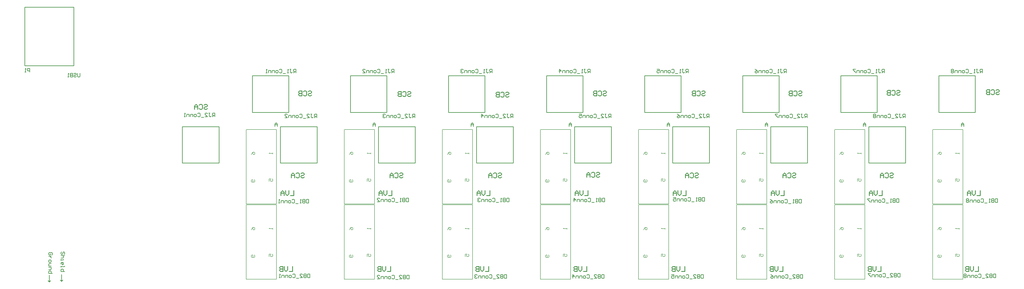
<source format=gbr>
G04 Layer_Color=32896*
%FSLAX45Y45*%
%MOMM*%
%TF.FileFunction,Legend,Bot*%
%TF.Part,Single*%
G01*
G75*
%TA.AperFunction,NonConductor*%
%ADD12C,0.25400*%
%ADD36C,0.20000*%
%ADD37C,0.30000*%
%ADD38C,0.15000*%
D12*
X5410200Y17371060D02*
X7442200D01*
X5410200Y14937740D02*
X7442200D01*
X5410200D02*
Y17371060D01*
X7442200Y14937740D02*
Y17371060D01*
X6934200Y5994400D02*
Y6273800D01*
Y5994400D02*
X6985000Y6045200D01*
X6934200Y5994400D02*
X6985000Y6045200D01*
X6883400D02*
X6934200Y5994400D01*
X6375400Y6019800D02*
X6426200Y5969000D01*
X6477000Y6019800D01*
X6426200Y5969000D02*
X6477000Y6019800D01*
X6426200Y5969000D02*
Y6248400D01*
X40385999Y12408600D02*
X41910001D01*
Y10900600D02*
Y12408600D01*
X40385999Y10900600D02*
Y12408600D01*
Y10900600D02*
X41910001D01*
X36322000Y12408600D02*
X37845999D01*
Y10900600D02*
Y12408600D01*
X36322000Y10900600D02*
Y12408600D01*
Y10900600D02*
X37845999D01*
X32257999Y12408600D02*
X33782001D01*
Y10900600D02*
Y12408600D01*
X32257999Y10900600D02*
Y12408600D01*
Y10900600D02*
X33782001D01*
X28194000Y12408600D02*
X29717999D01*
Y10900600D02*
Y12408600D01*
X28194000Y10900600D02*
Y12408600D01*
Y10900600D02*
X29717999D01*
X24130000Y12408600D02*
X25654001D01*
Y10900600D02*
Y12408600D01*
X24130000Y10900600D02*
Y12408600D01*
Y10900600D02*
X25654001D01*
X20066000Y12408600D02*
X21589999D01*
Y10900600D02*
Y12408600D01*
X20066000Y10900600D02*
Y12408600D01*
Y10900600D02*
X21589999D01*
X16002000Y12408600D02*
X17525999D01*
Y10900600D02*
Y12408600D01*
X16002000Y10900600D02*
Y12408600D01*
Y10900600D02*
X17525999D01*
X11938000Y12408600D02*
X13462000D01*
Y10900600D02*
Y12408600D01*
X11938000Y10900600D02*
Y12408600D01*
Y10900600D02*
X13462000D01*
X43293600Y13004800D02*
Y14528799D01*
X44801599D01*
X43293600Y13004800D02*
X44801599D01*
Y14528799D01*
X39229599Y13004800D02*
Y14528799D01*
X40737601D01*
X39229599Y13004800D02*
X40737601D01*
Y14528799D01*
X35165601Y13004800D02*
Y14528799D01*
X36673599D01*
X35165601Y13004800D02*
X36673599D01*
Y14528799D01*
X31101599Y13004800D02*
Y14528799D01*
X32609601D01*
X31101599Y13004800D02*
X32609601D01*
Y14528799D01*
X27037601Y13004800D02*
Y14528799D01*
X28545599D01*
X27037601Y13004800D02*
X28545599D01*
Y14528799D01*
X22973599Y13004800D02*
Y14528799D01*
X24481599D01*
X22973599Y13004800D02*
X24481599D01*
Y14528799D01*
X18909599Y13004800D02*
Y14528799D01*
X20417599D01*
X18909599Y13004800D02*
X20417599D01*
Y14528799D01*
X14845599Y13004800D02*
Y14528799D01*
X16353600D01*
X14845599Y13004800D02*
X16353600D01*
Y14528799D01*
X5613400Y14681200D02*
Y14833551D01*
X5537225D01*
X5511833Y14808159D01*
Y14757375D01*
X5537225Y14731982D01*
X5613400D01*
X5461049Y14681200D02*
X5410266D01*
X5435657D01*
Y14833551D01*
X5461049Y14808159D01*
X7035759Y7112033D02*
X7061151Y7137425D01*
Y7188208D01*
X7035759Y7213600D01*
X7010367D01*
X6984975Y7188208D01*
Y7137425D01*
X6959583Y7112033D01*
X6934192D01*
X6908800Y7137425D01*
Y7188208D01*
X6934192Y7213600D01*
X7061151Y7061249D02*
X6908800D01*
X6984975D01*
X7010367Y7035857D01*
Y6985074D01*
X6984975Y6959682D01*
X6908800D01*
Y6908899D02*
Y6858115D01*
Y6883507D01*
X7010367D01*
Y6908899D01*
X6908800Y6705764D02*
Y6756548D01*
X6934192Y6781940D01*
X6984975D01*
X7010367Y6756548D01*
Y6705764D01*
X6984975Y6680372D01*
X6959583D01*
Y6781940D01*
X6908800Y6629589D02*
Y6578805D01*
Y6604197D01*
X7061151D01*
Y6629589D01*
Y6401063D02*
X6908800D01*
Y6477238D01*
X6934192Y6502630D01*
X6984975D01*
X7010367Y6477238D01*
Y6401063D01*
X6527759Y7086633D02*
X6553151Y7112025D01*
Y7162808D01*
X6527759Y7188200D01*
X6426192D01*
X6400800Y7162808D01*
Y7112025D01*
X6426192Y7086633D01*
X6476975D01*
Y7137417D01*
X6502367Y7035849D02*
X6400800D01*
X6451583D01*
X6476975Y7010457D01*
X6502367Y6985066D01*
Y6959674D01*
X6400800Y6858107D02*
Y6807323D01*
X6426192Y6781931D01*
X6476975D01*
X6502367Y6807323D01*
Y6858107D01*
X6476975Y6883499D01*
X6426192D01*
X6400800Y6858107D01*
X6502367Y6731148D02*
X6426192D01*
X6400800Y6705756D01*
Y6629581D01*
X6502367D01*
X6400800Y6578797D02*
X6502367D01*
Y6502622D01*
X6476975Y6477230D01*
X6400800D01*
X6553151Y6324879D02*
X6400800D01*
Y6401055D01*
X6426192Y6426446D01*
X6476975D01*
X6502367Y6401055D01*
Y6324879D01*
X41897299Y12781280D02*
Y12933630D01*
X41821124D01*
X41795734Y12908240D01*
Y12857455D01*
X41821124Y12832063D01*
X41897299D01*
X41846518D02*
X41795734Y12781280D01*
X41643381Y12933630D02*
X41694165D01*
X41668774D01*
Y12806673D01*
X41694165Y12781280D01*
X41719556D01*
X41744949Y12806673D01*
X41491031Y12781280D02*
X41592599D01*
X41491031Y12882848D01*
Y12908240D01*
X41516422Y12933630D01*
X41567206D01*
X41592599Y12908240D01*
X41440247Y12755888D02*
X41338681D01*
X41186331Y12908240D02*
X41211722Y12933630D01*
X41262506D01*
X41287897Y12908240D01*
Y12806673D01*
X41262506Y12781280D01*
X41211722D01*
X41186331Y12806673D01*
X41110156Y12781280D02*
X41059372D01*
X41033978Y12806673D01*
Y12857455D01*
X41059372Y12882848D01*
X41110156D01*
X41135547Y12857455D01*
Y12806673D01*
X41110156Y12781280D01*
X40983197D02*
Y12882848D01*
X40907019D01*
X40881628Y12857455D01*
Y12781280D01*
X40830844D02*
Y12882848D01*
X40754669D01*
X40729279Y12857455D01*
Y12781280D01*
X40678494Y12908240D02*
X40653101Y12933630D01*
X40602319D01*
X40576926Y12908240D01*
Y12882848D01*
X40602319Y12857455D01*
X40576926Y12832063D01*
Y12806673D01*
X40602319Y12781280D01*
X40653101D01*
X40678494Y12806673D01*
Y12832063D01*
X40653101Y12857455D01*
X40678494Y12882848D01*
Y12908240D01*
X40653101Y12857455D02*
X40602319D01*
X45095160Y14643100D02*
Y14795451D01*
X45018985D01*
X44993594Y14770059D01*
Y14719275D01*
X45018985Y14693883D01*
X45095160D01*
X45044376D02*
X44993594Y14643100D01*
X44841241Y14795451D02*
X44892026D01*
X44866635D01*
Y14668492D01*
X44892026Y14643100D01*
X44917416D01*
X44942810Y14668492D01*
X44790460Y14643100D02*
X44739676D01*
X44765067D01*
Y14795451D01*
X44790460Y14770059D01*
X44663501Y14617708D02*
X44561932D01*
X44409583Y14770059D02*
X44434973Y14795451D01*
X44485757D01*
X44511148Y14770059D01*
Y14668492D01*
X44485757Y14643100D01*
X44434973D01*
X44409583Y14668492D01*
X44333405Y14643100D02*
X44282623D01*
X44257230Y14668492D01*
Y14719275D01*
X44282623Y14744667D01*
X44333405D01*
X44358798Y14719275D01*
Y14668492D01*
X44333405Y14643100D01*
X44206448D02*
Y14744667D01*
X44130273D01*
X44104880Y14719275D01*
Y14643100D01*
X44054099D02*
Y14744667D01*
X43977921D01*
X43952530Y14719275D01*
Y14643100D01*
X43901746Y14770059D02*
X43876355Y14795451D01*
X43825571D01*
X43800180Y14770059D01*
Y14744667D01*
X43825571Y14719275D01*
X43800180Y14693883D01*
Y14668492D01*
X43825571Y14643100D01*
X43876355D01*
X43901746Y14668492D01*
Y14693883D01*
X43876355Y14719275D01*
X43901746Y14744667D01*
Y14770059D01*
X43876355Y14719275D02*
X43825571D01*
X45643799Y6299151D02*
Y6146800D01*
X45567624D01*
X45542233Y6172192D01*
Y6273759D01*
X45567624Y6299151D01*
X45643799D01*
X45491449D02*
Y6146800D01*
X45415274D01*
X45389883Y6172192D01*
Y6197583D01*
X45415274Y6222975D01*
X45491449D01*
X45415274D01*
X45389883Y6248367D01*
Y6273759D01*
X45415274Y6299151D01*
X45491449D01*
X45237531Y6146800D02*
X45339099D01*
X45237531Y6248367D01*
Y6273759D01*
X45262924Y6299151D01*
X45313708D01*
X45339099Y6273759D01*
X45186749Y6121408D02*
X45085181D01*
X44932831Y6273759D02*
X44958221Y6299151D01*
X45009006D01*
X45034396Y6273759D01*
Y6172192D01*
X45009006Y6146800D01*
X44958221D01*
X44932831Y6172192D01*
X44856656Y6146800D02*
X44805872D01*
X44780478Y6172192D01*
Y6222975D01*
X44805872Y6248367D01*
X44856656D01*
X44882047Y6222975D01*
Y6172192D01*
X44856656Y6146800D01*
X44729697D02*
Y6248367D01*
X44653519D01*
X44628128Y6222975D01*
Y6146800D01*
X44577344D02*
Y6248367D01*
X44501169D01*
X44475778Y6222975D01*
Y6146800D01*
X44424994Y6273759D02*
X44399603Y6299151D01*
X44348819D01*
X44323428Y6273759D01*
Y6248367D01*
X44348819Y6222975D01*
X44323428Y6197583D01*
Y6172192D01*
X44348819Y6146800D01*
X44399603D01*
X44424994Y6172192D01*
Y6197583D01*
X44399603Y6222975D01*
X44424994Y6248367D01*
Y6273759D01*
X44399603Y6222975D02*
X44348819D01*
X45720001Y9423351D02*
Y9271000D01*
X45643826D01*
X45618433Y9296392D01*
Y9397959D01*
X45643826Y9423351D01*
X45720001D01*
X45567648D02*
Y9271000D01*
X45491473D01*
X45466083Y9296392D01*
Y9321783D01*
X45491473Y9347175D01*
X45567648D01*
X45491473D01*
X45466083Y9372567D01*
Y9397959D01*
X45491473Y9423351D01*
X45567648D01*
X45415298Y9271000D02*
X45364514D01*
X45389908D01*
Y9423351D01*
X45415298Y9397959D01*
X45288339Y9245608D02*
X45186771D01*
X45034421Y9397959D02*
X45059814Y9423351D01*
X45110596D01*
X45135989Y9397959D01*
Y9296392D01*
X45110596Y9271000D01*
X45059814D01*
X45034421Y9296392D01*
X44958246Y9271000D02*
X44907462D01*
X44882071Y9296392D01*
Y9347175D01*
X44907462Y9372567D01*
X44958246D01*
X44983636Y9347175D01*
Y9296392D01*
X44958246Y9271000D01*
X44831287D02*
Y9372567D01*
X44755112D01*
X44729721Y9347175D01*
Y9271000D01*
X44678937D02*
Y9372567D01*
X44602762D01*
X44577371Y9347175D01*
Y9271000D01*
X44526587Y9397959D02*
X44501193Y9423351D01*
X44450412D01*
X44425018Y9397959D01*
Y9372567D01*
X44450412Y9347175D01*
X44425018Y9321783D01*
Y9296392D01*
X44450412Y9271000D01*
X44501193D01*
X44526587Y9296392D01*
Y9321783D01*
X44501193Y9347175D01*
X44526587Y9372567D01*
Y9397959D01*
X44501193Y9347175D02*
X44450412D01*
X37833301Y12781280D02*
Y12933630D01*
X37757126D01*
X37731732Y12908240D01*
Y12857455D01*
X37757126Y12832063D01*
X37833301D01*
X37782516D02*
X37731732Y12781280D01*
X37579382Y12933630D02*
X37630167D01*
X37604773D01*
Y12806673D01*
X37630167Y12781280D01*
X37655557D01*
X37680948Y12806673D01*
X37427032Y12781280D02*
X37528598D01*
X37427032Y12882848D01*
Y12908240D01*
X37452423Y12933630D01*
X37503207D01*
X37528598Y12908240D01*
X37376248Y12755888D02*
X37274680D01*
X37122330Y12908240D02*
X37147723Y12933630D01*
X37198505D01*
X37223898Y12908240D01*
Y12806673D01*
X37198505Y12781280D01*
X37147723D01*
X37122330Y12806673D01*
X37046155Y12781280D02*
X36995370D01*
X36969980Y12806673D01*
Y12857455D01*
X36995370Y12882848D01*
X37046155D01*
X37071545Y12857455D01*
Y12806673D01*
X37046155Y12781280D01*
X36919196D02*
Y12882848D01*
X36843021D01*
X36817627Y12857455D01*
Y12781280D01*
X36766846D02*
Y12882848D01*
X36690671D01*
X36665277Y12857455D01*
Y12781280D01*
X36614493Y12933630D02*
X36512927D01*
Y12908240D01*
X36614493Y12806673D01*
Y12781280D01*
X41031161Y14643100D02*
Y14795451D01*
X40954984D01*
X40929593Y14770059D01*
Y14719275D01*
X40954984Y14693883D01*
X41031161D01*
X40980377D02*
X40929593Y14643100D01*
X40777243Y14795451D02*
X40828027D01*
X40802634D01*
Y14668492D01*
X40828027Y14643100D01*
X40853418D01*
X40878809Y14668492D01*
X40726459Y14643100D02*
X40675674D01*
X40701068D01*
Y14795451D01*
X40726459Y14770059D01*
X40599500Y14617708D02*
X40497931D01*
X40345581Y14770059D02*
X40370975Y14795451D01*
X40421756D01*
X40447150Y14770059D01*
Y14668492D01*
X40421756Y14643100D01*
X40370975D01*
X40345581Y14668492D01*
X40269406Y14643100D02*
X40218622D01*
X40193231Y14668492D01*
Y14719275D01*
X40218622Y14744667D01*
X40269406D01*
X40294797Y14719275D01*
Y14668492D01*
X40269406Y14643100D01*
X40142447D02*
Y14744667D01*
X40066272D01*
X40040881Y14719275D01*
Y14643100D01*
X39990097D02*
Y14744667D01*
X39913922D01*
X39888531Y14719275D01*
Y14643100D01*
X39837747Y14795451D02*
X39736179D01*
Y14770059D01*
X39837747Y14668492D01*
Y14643100D01*
X41681400Y6324551D02*
Y6172200D01*
X41605225D01*
X41579834Y6197592D01*
Y6299159D01*
X41605225Y6324551D01*
X41681400D01*
X41529050D02*
Y6172200D01*
X41452875D01*
X41427481Y6197592D01*
Y6222983D01*
X41452875Y6248375D01*
X41529050D01*
X41452875D01*
X41427481Y6273767D01*
Y6299159D01*
X41452875Y6324551D01*
X41529050D01*
X41275131Y6172200D02*
X41376700D01*
X41275131Y6273767D01*
Y6299159D01*
X41300522Y6324551D01*
X41351306D01*
X41376700Y6299159D01*
X41224347Y6146808D02*
X41122781D01*
X40970432Y6299159D02*
X40995822Y6324551D01*
X41046606D01*
X41071997Y6299159D01*
Y6197592D01*
X41046606Y6172200D01*
X40995822D01*
X40970432Y6197592D01*
X40894254Y6172200D02*
X40843472D01*
X40818079Y6197592D01*
Y6248375D01*
X40843472Y6273767D01*
X40894254D01*
X40919647Y6248375D01*
Y6197592D01*
X40894254Y6172200D01*
X40767297D02*
Y6273767D01*
X40691119D01*
X40665729Y6248375D01*
Y6172200D01*
X40614944D02*
Y6273767D01*
X40538770D01*
X40513379Y6248375D01*
Y6172200D01*
X40462595Y6324551D02*
X40361026D01*
Y6299159D01*
X40462595Y6197592D01*
Y6172200D01*
X41630600Y9423351D02*
Y9271000D01*
X41554425D01*
X41529034Y9296392D01*
Y9397959D01*
X41554425Y9423351D01*
X41630600D01*
X41478250D02*
Y9271000D01*
X41402075D01*
X41376682Y9296392D01*
Y9321783D01*
X41402075Y9347175D01*
X41478250D01*
X41402075D01*
X41376682Y9372567D01*
Y9397959D01*
X41402075Y9423351D01*
X41478250D01*
X41325900Y9271000D02*
X41275116D01*
X41300507D01*
Y9423351D01*
X41325900Y9397959D01*
X41198941Y9245608D02*
X41097372D01*
X40945023Y9397959D02*
X40970413Y9423351D01*
X41021198D01*
X41046588Y9397959D01*
Y9296392D01*
X41021198Y9271000D01*
X40970413D01*
X40945023Y9296392D01*
X40868845Y9271000D02*
X40818063D01*
X40792670Y9296392D01*
Y9347175D01*
X40818063Y9372567D01*
X40868845D01*
X40894238Y9347175D01*
Y9296392D01*
X40868845Y9271000D01*
X40741888D02*
Y9372567D01*
X40665714D01*
X40640320Y9347175D01*
Y9271000D01*
X40589536D02*
Y9372567D01*
X40513361D01*
X40487970Y9347175D01*
Y9271000D01*
X40437186Y9423351D02*
X40335620D01*
Y9397959D01*
X40437186Y9296392D01*
Y9271000D01*
X33769299Y12781280D02*
Y12933630D01*
X33693124D01*
X33667734Y12908240D01*
Y12857455D01*
X33693124Y12832063D01*
X33769299D01*
X33718518D02*
X33667734Y12781280D01*
X33515381Y12933630D02*
X33566165D01*
X33540775D01*
Y12806673D01*
X33566165Y12781280D01*
X33591556D01*
X33616949Y12806673D01*
X33363031Y12781280D02*
X33464600D01*
X33363031Y12882848D01*
Y12908240D01*
X33388422Y12933630D01*
X33439206D01*
X33464600Y12908240D01*
X33312247Y12755888D02*
X33210681D01*
X33058331Y12908240D02*
X33083722Y12933630D01*
X33134506D01*
X33159897Y12908240D01*
Y12806673D01*
X33134506Y12781280D01*
X33083722D01*
X33058331Y12806673D01*
X32982156Y12781280D02*
X32931372D01*
X32905978Y12806673D01*
Y12857455D01*
X32931372Y12882848D01*
X32982156D01*
X33007547Y12857455D01*
Y12806673D01*
X32982156Y12781280D01*
X32855197D02*
Y12882848D01*
X32779019D01*
X32753629Y12857455D01*
Y12781280D01*
X32702844D02*
Y12882848D01*
X32626669D01*
X32601279Y12857455D01*
Y12781280D01*
X32448926Y12933630D02*
X32499710Y12908240D01*
X32550494Y12857455D01*
Y12806673D01*
X32525101Y12781280D01*
X32474319D01*
X32448926Y12806673D01*
Y12832063D01*
X32474319Y12857455D01*
X32550494D01*
X36967160Y14643100D02*
Y14795451D01*
X36890985D01*
X36865594Y14770059D01*
Y14719275D01*
X36890985Y14693883D01*
X36967160D01*
X36916376D02*
X36865594Y14643100D01*
X36713242Y14795451D02*
X36764026D01*
X36738635D01*
Y14668492D01*
X36764026Y14643100D01*
X36789417D01*
X36814810Y14668492D01*
X36662460Y14643100D02*
X36611676D01*
X36637067D01*
Y14795451D01*
X36662460Y14770059D01*
X36535501Y14617708D02*
X36433932D01*
X36281583Y14770059D02*
X36306973Y14795451D01*
X36357758D01*
X36383148Y14770059D01*
Y14668492D01*
X36357758Y14643100D01*
X36306973D01*
X36281583Y14668492D01*
X36205405Y14643100D02*
X36154623D01*
X36129230Y14668492D01*
Y14719275D01*
X36154623Y14744667D01*
X36205405D01*
X36230798Y14719275D01*
Y14668492D01*
X36205405Y14643100D01*
X36078448D02*
Y14744667D01*
X36002271D01*
X35976880Y14719275D01*
Y14643100D01*
X35926096D02*
Y14744667D01*
X35849921D01*
X35824530Y14719275D01*
Y14643100D01*
X35672180Y14795451D02*
X35722964Y14770059D01*
X35773746Y14719275D01*
Y14668492D01*
X35748355Y14643100D01*
X35697571D01*
X35672180Y14668492D01*
Y14693883D01*
X35697571Y14719275D01*
X35773746D01*
X37642801Y6273751D02*
Y6121400D01*
X37566626D01*
X37541232Y6146792D01*
Y6248359D01*
X37566626Y6273751D01*
X37642801D01*
X37490448D02*
Y6121400D01*
X37414273D01*
X37388882Y6146792D01*
Y6172183D01*
X37414273Y6197575D01*
X37490448D01*
X37414273D01*
X37388882Y6222967D01*
Y6248359D01*
X37414273Y6273751D01*
X37490448D01*
X37236530Y6121400D02*
X37338098D01*
X37236530Y6222967D01*
Y6248359D01*
X37261923Y6273751D01*
X37312708D01*
X37338098Y6248359D01*
X37185748Y6096008D02*
X37084180D01*
X36931830Y6248359D02*
X36957224Y6273751D01*
X37008005D01*
X37033398Y6248359D01*
Y6146792D01*
X37008005Y6121400D01*
X36957224D01*
X36931830Y6146792D01*
X36855655Y6121400D02*
X36804871D01*
X36779480Y6146792D01*
Y6197575D01*
X36804871Y6222967D01*
X36855655D01*
X36881046Y6197575D01*
Y6146792D01*
X36855655Y6121400D01*
X36728696D02*
Y6222967D01*
X36652521D01*
X36627127Y6197575D01*
Y6121400D01*
X36576346D02*
Y6222967D01*
X36500171D01*
X36474777Y6197575D01*
Y6121400D01*
X36322427Y6273751D02*
X36373212Y6248359D01*
X36423993Y6197575D01*
Y6146792D01*
X36398602Y6121400D01*
X36347818D01*
X36322427Y6146792D01*
Y6172183D01*
X36347818Y6197575D01*
X36423993D01*
X37592001Y9397951D02*
Y9245600D01*
X37515826D01*
X37490433Y9270992D01*
Y9372559D01*
X37515826Y9397951D01*
X37592001D01*
X37439648D02*
Y9245600D01*
X37363474D01*
X37338083Y9270992D01*
Y9296383D01*
X37363474Y9321775D01*
X37439648D01*
X37363474D01*
X37338083Y9347167D01*
Y9372559D01*
X37363474Y9397951D01*
X37439648D01*
X37287299Y9245600D02*
X37236514D01*
X37261908D01*
Y9397951D01*
X37287299Y9372559D01*
X37160339Y9220208D02*
X37058771D01*
X36906421Y9372559D02*
X36931815Y9397951D01*
X36982596D01*
X37007990Y9372559D01*
Y9270992D01*
X36982596Y9245600D01*
X36931815D01*
X36906421Y9270992D01*
X36830246Y9245600D02*
X36779462D01*
X36754071Y9270992D01*
Y9321775D01*
X36779462Y9347167D01*
X36830246D01*
X36855637Y9321775D01*
Y9270992D01*
X36830246Y9245600D01*
X36703287D02*
Y9347167D01*
X36627112D01*
X36601721Y9321775D01*
Y9245600D01*
X36550937D02*
Y9347167D01*
X36474762D01*
X36449371Y9321775D01*
Y9245600D01*
X36297018Y9397951D02*
X36347803Y9372559D01*
X36398587Y9321775D01*
Y9270992D01*
X36373193Y9245600D01*
X36322412D01*
X36297018Y9270992D01*
Y9296383D01*
X36322412Y9321775D01*
X36398587D01*
X29705301Y12781280D02*
Y12933630D01*
X29629126D01*
X29603732Y12908240D01*
Y12857455D01*
X29629126Y12832063D01*
X29705301D01*
X29654517D02*
X29603732Y12781280D01*
X29451382Y12933630D02*
X29502167D01*
X29476773D01*
Y12806673D01*
X29502167Y12781280D01*
X29527557D01*
X29552948Y12806673D01*
X29299030Y12781280D02*
X29400598D01*
X29299030Y12882848D01*
Y12908240D01*
X29324423Y12933630D01*
X29375208D01*
X29400598Y12908240D01*
X29248248Y12755888D02*
X29146680D01*
X28994330Y12908240D02*
X29019724Y12933630D01*
X29070505D01*
X29095898Y12908240D01*
Y12806673D01*
X29070505Y12781280D01*
X29019724D01*
X28994330Y12806673D01*
X28918155Y12781280D02*
X28867371D01*
X28841980Y12806673D01*
Y12857455D01*
X28867371Y12882848D01*
X28918155D01*
X28943546Y12857455D01*
Y12806673D01*
X28918155Y12781280D01*
X28791196D02*
Y12882848D01*
X28715021D01*
X28689627Y12857455D01*
Y12781280D01*
X28638846D02*
Y12882848D01*
X28562671D01*
X28537277Y12857455D01*
Y12781280D01*
X28384927Y12933630D02*
X28486493D01*
Y12857455D01*
X28435712Y12882848D01*
X28410318D01*
X28384927Y12857455D01*
Y12806673D01*
X28410318Y12781280D01*
X28461102D01*
X28486493Y12806673D01*
X32903159Y14643100D02*
Y14795451D01*
X32826984D01*
X32801593Y14770059D01*
Y14719275D01*
X32826984Y14693883D01*
X32903159D01*
X32852377D02*
X32801593Y14643100D01*
X32649243Y14795451D02*
X32700027D01*
X32674634D01*
Y14668492D01*
X32700027Y14643100D01*
X32725418D01*
X32750809Y14668492D01*
X32598459Y14643100D02*
X32547675D01*
X32573068D01*
Y14795451D01*
X32598459Y14770059D01*
X32471500Y14617708D02*
X32369931D01*
X32217581Y14770059D02*
X32242975Y14795451D01*
X32293756D01*
X32319150Y14770059D01*
Y14668492D01*
X32293756Y14643100D01*
X32242975D01*
X32217581Y14668492D01*
X32141406Y14643100D02*
X32090622D01*
X32065231Y14668492D01*
Y14719275D01*
X32090622Y14744667D01*
X32141406D01*
X32166797Y14719275D01*
Y14668492D01*
X32141406Y14643100D01*
X32014447D02*
Y14744667D01*
X31938272D01*
X31912881Y14719275D01*
Y14643100D01*
X31862097D02*
Y14744667D01*
X31785922D01*
X31760529Y14719275D01*
Y14643100D01*
X31608179Y14795451D02*
X31709747D01*
Y14719275D01*
X31658963Y14744667D01*
X31633572D01*
X31608179Y14719275D01*
Y14668492D01*
X31633572Y14643100D01*
X31684354D01*
X31709747Y14668492D01*
X33528000Y6273751D02*
Y6121400D01*
X33451825D01*
X33426434Y6146792D01*
Y6248359D01*
X33451825Y6273751D01*
X33528000D01*
X33375650D02*
Y6121400D01*
X33299475D01*
X33274081Y6146792D01*
Y6172183D01*
X33299475Y6197575D01*
X33375650D01*
X33299475D01*
X33274081Y6222967D01*
Y6248359D01*
X33299475Y6273751D01*
X33375650D01*
X33121732Y6121400D02*
X33223300D01*
X33121732Y6222967D01*
Y6248359D01*
X33147122Y6273751D01*
X33197906D01*
X33223300Y6248359D01*
X33070947Y6096008D02*
X32969382D01*
X32817029Y6248359D02*
X32842422Y6273751D01*
X32893204D01*
X32918597Y6248359D01*
Y6146792D01*
X32893204Y6121400D01*
X32842422D01*
X32817029Y6146792D01*
X32740854Y6121400D02*
X32690070D01*
X32664679Y6146792D01*
Y6197575D01*
X32690070Y6222967D01*
X32740854D01*
X32766245Y6197575D01*
Y6146792D01*
X32740854Y6121400D01*
X32613895D02*
Y6222967D01*
X32537720D01*
X32512329Y6197575D01*
Y6121400D01*
X32461545D02*
Y6222967D01*
X32385370D01*
X32359979Y6197575D01*
Y6121400D01*
X32207626Y6273751D02*
X32309195D01*
Y6197575D01*
X32258411Y6222967D01*
X32233020D01*
X32207626Y6197575D01*
Y6146792D01*
X32233020Y6121400D01*
X32283801D01*
X32309195Y6146792D01*
X33578799Y9474151D02*
Y9321800D01*
X33502625D01*
X33477234Y9347192D01*
Y9448759D01*
X33502625Y9474151D01*
X33578799D01*
X33426450D02*
Y9321800D01*
X33350275D01*
X33324881Y9347192D01*
Y9372583D01*
X33350275Y9397975D01*
X33426450D01*
X33350275D01*
X33324881Y9423367D01*
Y9448759D01*
X33350275Y9474151D01*
X33426450D01*
X33274100Y9321800D02*
X33223315D01*
X33248706D01*
Y9474151D01*
X33274100Y9448759D01*
X33147141Y9296408D02*
X33045572D01*
X32893222Y9448759D02*
X32918613Y9474151D01*
X32969397D01*
X32994788Y9448759D01*
Y9347192D01*
X32969397Y9321800D01*
X32918613D01*
X32893222Y9347192D01*
X32817047Y9321800D02*
X32766263D01*
X32740872Y9347192D01*
Y9397975D01*
X32766263Y9423367D01*
X32817047D01*
X32842438Y9397975D01*
Y9347192D01*
X32817047Y9321800D01*
X32690088D02*
Y9423367D01*
X32613913D01*
X32588519Y9397975D01*
Y9321800D01*
X32537738D02*
Y9423367D01*
X32461560D01*
X32436169Y9397975D01*
Y9321800D01*
X32283820Y9474151D02*
X32385385D01*
Y9397975D01*
X32334604Y9423367D01*
X32309210D01*
X32283820Y9397975D01*
Y9347192D01*
X32309210Y9321800D01*
X32359995D01*
X32385385Y9347192D01*
X25641299Y12781280D02*
Y12933630D01*
X25565125D01*
X25539732Y12908240D01*
Y12857455D01*
X25565125Y12832063D01*
X25641299D01*
X25590517D02*
X25539732Y12781280D01*
X25387383Y12933630D02*
X25438165D01*
X25412775D01*
Y12806673D01*
X25438165Y12781280D01*
X25463557D01*
X25488950Y12806673D01*
X25235031Y12781280D02*
X25336600D01*
X25235031Y12882848D01*
Y12908240D01*
X25260423Y12933630D01*
X25311208D01*
X25336600Y12908240D01*
X25184248Y12755888D02*
X25082681D01*
X24930330Y12908240D02*
X24955722Y12933630D01*
X25006505D01*
X25031897Y12908240D01*
Y12806673D01*
X25006505Y12781280D01*
X24955722D01*
X24930330Y12806673D01*
X24854155Y12781280D02*
X24803371D01*
X24777979Y12806673D01*
Y12857455D01*
X24803371Y12882848D01*
X24854155D01*
X24879546Y12857455D01*
Y12806673D01*
X24854155Y12781280D01*
X24727196D02*
Y12882848D01*
X24651019D01*
X24625629Y12857455D01*
Y12781280D01*
X24574844D02*
Y12882848D01*
X24498669D01*
X24473277Y12857455D01*
Y12781280D01*
X24346320D02*
Y12933630D01*
X24422495Y12857455D01*
X24320927D01*
X28839160Y14643100D02*
Y14795451D01*
X28762985D01*
X28737592Y14770059D01*
Y14719275D01*
X28762985Y14693883D01*
X28839160D01*
X28788376D02*
X28737592Y14643100D01*
X28585242Y14795451D02*
X28636026D01*
X28610635D01*
Y14668492D01*
X28636026Y14643100D01*
X28661417D01*
X28686810Y14668492D01*
X28534460Y14643100D02*
X28483676D01*
X28509067D01*
Y14795451D01*
X28534460Y14770059D01*
X28407501Y14617708D02*
X28305933D01*
X28153583Y14770059D02*
X28178973Y14795451D01*
X28229758D01*
X28255148Y14770059D01*
Y14668492D01*
X28229758Y14643100D01*
X28178973D01*
X28153583Y14668492D01*
X28077405Y14643100D02*
X28026624D01*
X28001230Y14668492D01*
Y14719275D01*
X28026624Y14744667D01*
X28077405D01*
X28102798Y14719275D01*
Y14668492D01*
X28077405Y14643100D01*
X27950449D02*
Y14744667D01*
X27874271D01*
X27848880Y14719275D01*
Y14643100D01*
X27798096D02*
Y14744667D01*
X27721921D01*
X27696530Y14719275D01*
Y14643100D01*
X27569571D02*
Y14795451D01*
X27645746Y14719275D01*
X27544180D01*
X29413199Y6273751D02*
Y6121400D01*
X29337024D01*
X29311633Y6146792D01*
Y6248359D01*
X29337024Y6273751D01*
X29413199D01*
X29260849D02*
Y6121400D01*
X29184674D01*
X29159283Y6146792D01*
Y6172183D01*
X29184674Y6197575D01*
X29260849D01*
X29184674D01*
X29159283Y6222967D01*
Y6248359D01*
X29184674Y6273751D01*
X29260849D01*
X29006931Y6121400D02*
X29108499D01*
X29006931Y6222967D01*
Y6248359D01*
X29032324Y6273751D01*
X29083109D01*
X29108499Y6248359D01*
X28956149Y6096008D02*
X28854581D01*
X28702231Y6248359D02*
X28727621Y6273751D01*
X28778406D01*
X28803796Y6248359D01*
Y6146792D01*
X28778406Y6121400D01*
X28727621D01*
X28702231Y6146792D01*
X28626056Y6121400D02*
X28575272D01*
X28549878Y6146792D01*
Y6197575D01*
X28575272Y6222967D01*
X28626056D01*
X28651447Y6197575D01*
Y6146792D01*
X28626056Y6121400D01*
X28499097D02*
Y6222967D01*
X28422919D01*
X28397528Y6197575D01*
Y6121400D01*
X28346744D02*
Y6222967D01*
X28270569D01*
X28245178Y6197575D01*
Y6121400D01*
X28118219D02*
Y6273751D01*
X28194394Y6197575D01*
X28092828D01*
X29438599Y9448751D02*
Y9296400D01*
X29362424D01*
X29337033Y9321792D01*
Y9423359D01*
X29362424Y9448751D01*
X29438599D01*
X29286249D02*
Y9296400D01*
X29210074D01*
X29184683Y9321792D01*
Y9347183D01*
X29210074Y9372575D01*
X29286249D01*
X29210074D01*
X29184683Y9397967D01*
Y9423359D01*
X29210074Y9448751D01*
X29286249D01*
X29133899Y9296400D02*
X29083115D01*
X29108508D01*
Y9448751D01*
X29133899Y9423359D01*
X29006940Y9271008D02*
X28905371D01*
X28753021Y9423359D02*
X28778415Y9448751D01*
X28829196D01*
X28854590Y9423359D01*
Y9321792D01*
X28829196Y9296400D01*
X28778415D01*
X28753021Y9321792D01*
X28676846Y9296400D02*
X28626062D01*
X28600671Y9321792D01*
Y9372575D01*
X28626062Y9397967D01*
X28676846D01*
X28702237Y9372575D01*
Y9321792D01*
X28676846Y9296400D01*
X28549887D02*
Y9397967D01*
X28473712D01*
X28448318Y9372575D01*
Y9296400D01*
X28397537D02*
Y9397967D01*
X28321362D01*
X28295969Y9372575D01*
Y9296400D01*
X28169012D02*
Y9448751D01*
X28245187Y9372575D01*
X28143619D01*
X21577299Y12781280D02*
Y12933630D01*
X21501125D01*
X21475732Y12908240D01*
Y12857455D01*
X21501125Y12832063D01*
X21577299D01*
X21526517D02*
X21475732Y12781280D01*
X21323383Y12933630D02*
X21374165D01*
X21348775D01*
Y12806673D01*
X21374165Y12781280D01*
X21399557D01*
X21424950Y12806673D01*
X21171031Y12781280D02*
X21272598D01*
X21171031Y12882848D01*
Y12908240D01*
X21196423Y12933630D01*
X21247208D01*
X21272598Y12908240D01*
X21120248Y12755888D02*
X21018681D01*
X20866330Y12908240D02*
X20891722Y12933630D01*
X20942505D01*
X20967897Y12908240D01*
Y12806673D01*
X20942505Y12781280D01*
X20891722D01*
X20866330Y12806673D01*
X20790155Y12781280D02*
X20739371D01*
X20713979Y12806673D01*
Y12857455D01*
X20739371Y12882848D01*
X20790155D01*
X20815546Y12857455D01*
Y12806673D01*
X20790155Y12781280D01*
X20663196D02*
Y12882848D01*
X20587019D01*
X20561629Y12857455D01*
Y12781280D01*
X20510844D02*
Y12882848D01*
X20434669D01*
X20409277Y12857455D01*
Y12781280D01*
X20358495Y12908240D02*
X20333102Y12933630D01*
X20282320D01*
X20256927Y12908240D01*
Y12882848D01*
X20282320Y12857455D01*
X20307710D01*
X20282320D01*
X20256927Y12832063D01*
Y12806673D01*
X20282320Y12781280D01*
X20333102D01*
X20358495Y12806673D01*
X24775160Y14643100D02*
Y14795451D01*
X24698985D01*
X24673593Y14770059D01*
Y14719275D01*
X24698985Y14693883D01*
X24775160D01*
X24724377D02*
X24673593Y14643100D01*
X24521242Y14795451D02*
X24572026D01*
X24546634D01*
Y14668492D01*
X24572026Y14643100D01*
X24597417D01*
X24622809Y14668492D01*
X24470459Y14643100D02*
X24419675D01*
X24445067D01*
Y14795451D01*
X24470459Y14770059D01*
X24343500Y14617708D02*
X24241933D01*
X24089581Y14770059D02*
X24114973Y14795451D01*
X24165758D01*
X24191148Y14770059D01*
Y14668492D01*
X24165758Y14643100D01*
X24114973D01*
X24089581Y14668492D01*
X24013406Y14643100D02*
X23962624D01*
X23937231Y14668492D01*
Y14719275D01*
X23962624Y14744667D01*
X24013406D01*
X24038799Y14719275D01*
Y14668492D01*
X24013406Y14643100D01*
X23886449D02*
Y14744667D01*
X23810272D01*
X23784880Y14719275D01*
Y14643100D01*
X23734097D02*
Y14744667D01*
X23657921D01*
X23632530Y14719275D01*
Y14643100D01*
X23581746Y14770059D02*
X23556354Y14795451D01*
X23505571D01*
X23480179Y14770059D01*
Y14744667D01*
X23505571Y14719275D01*
X23530963D01*
X23505571D01*
X23480179Y14693883D01*
Y14668492D01*
X23505571Y14643100D01*
X23556354D01*
X23581746Y14668492D01*
X25374600Y6273751D02*
Y6121400D01*
X25298425D01*
X25273033Y6146792D01*
Y6248359D01*
X25298425Y6273751D01*
X25374600D01*
X25222249D02*
Y6121400D01*
X25146074D01*
X25120682Y6146792D01*
Y6172183D01*
X25146074Y6197575D01*
X25222249D01*
X25146074D01*
X25120682Y6222967D01*
Y6248359D01*
X25146074Y6273751D01*
X25222249D01*
X24968330Y6121400D02*
X25069899D01*
X24968330Y6222967D01*
Y6248359D01*
X24993723Y6273751D01*
X25044507D01*
X25069899Y6248359D01*
X24917548Y6096008D02*
X24815981D01*
X24663631Y6248359D02*
X24689021Y6273751D01*
X24739806D01*
X24765198Y6248359D01*
Y6146792D01*
X24739806Y6121400D01*
X24689021D01*
X24663631Y6146792D01*
X24587456Y6121400D02*
X24536671D01*
X24511279Y6146792D01*
Y6197575D01*
X24536671Y6222967D01*
X24587456D01*
X24612846Y6197575D01*
Y6146792D01*
X24587456Y6121400D01*
X24460497D02*
Y6222967D01*
X24384320D01*
X24358928Y6197575D01*
Y6121400D01*
X24308145D02*
Y6222967D01*
X24231970D01*
X24206578Y6197575D01*
Y6121400D01*
X24155794Y6248359D02*
X24130402Y6273751D01*
X24079619D01*
X24054227Y6248359D01*
Y6222967D01*
X24079619Y6197575D01*
X24105011D01*
X24079619D01*
X24054227Y6172183D01*
Y6146792D01*
X24079619Y6121400D01*
X24130402D01*
X24155794Y6146792D01*
X25476199Y9448751D02*
Y9296400D01*
X25400024D01*
X25374632Y9321792D01*
Y9423359D01*
X25400024Y9448751D01*
X25476199D01*
X25323849D02*
Y9296400D01*
X25247675D01*
X25222282Y9321792D01*
Y9347183D01*
X25247675Y9372575D01*
X25323849D01*
X25247675D01*
X25222282Y9397967D01*
Y9423359D01*
X25247675Y9448751D01*
X25323849D01*
X25171500Y9296400D02*
X25120715D01*
X25146107D01*
Y9448751D01*
X25171500Y9423359D01*
X25044540Y9271008D02*
X24942972D01*
X24790622Y9423359D02*
X24816014Y9448751D01*
X24866797D01*
X24892189Y9423359D01*
Y9321792D01*
X24866797Y9296400D01*
X24816014D01*
X24790622Y9321792D01*
X24714445Y9296400D02*
X24663663D01*
X24638271Y9321792D01*
Y9372575D01*
X24663663Y9397967D01*
X24714445D01*
X24739838Y9372575D01*
Y9321792D01*
X24714445Y9296400D01*
X24587488D02*
Y9397967D01*
X24511311D01*
X24485921Y9372575D01*
Y9296400D01*
X24435136D02*
Y9397967D01*
X24358961D01*
X24333569Y9372575D01*
Y9296400D01*
X24282787Y9423359D02*
X24257394Y9448751D01*
X24206612D01*
X24181219Y9423359D01*
Y9397967D01*
X24206612Y9372575D01*
X24232002D01*
X24206612D01*
X24181219Y9347183D01*
Y9321792D01*
X24206612Y9296400D01*
X24257394D01*
X24282787Y9321792D01*
X17513300Y12781280D02*
Y12933630D01*
X17437125D01*
X17411732Y12908240D01*
Y12857455D01*
X17437125Y12832063D01*
X17513300D01*
X17462517D02*
X17411732Y12781280D01*
X17259383Y12933630D02*
X17310165D01*
X17284773D01*
Y12806673D01*
X17310165Y12781280D01*
X17335558D01*
X17360950Y12806673D01*
X17107031Y12781280D02*
X17208598D01*
X17107031Y12882848D01*
Y12908240D01*
X17132423Y12933630D01*
X17183208D01*
X17208598Y12908240D01*
X17056248Y12755888D02*
X16954681D01*
X16802330Y12908240D02*
X16827722Y12933630D01*
X16878505D01*
X16903897Y12908240D01*
Y12806673D01*
X16878505Y12781280D01*
X16827722D01*
X16802330Y12806673D01*
X16726155Y12781280D02*
X16675371D01*
X16649979Y12806673D01*
Y12857455D01*
X16675371Y12882848D01*
X16726155D01*
X16751546Y12857455D01*
Y12806673D01*
X16726155Y12781280D01*
X16599196D02*
Y12882848D01*
X16523019D01*
X16497627Y12857455D01*
Y12781280D01*
X16446844D02*
Y12882848D01*
X16370670D01*
X16345277Y12857455D01*
Y12781280D01*
X16192928D02*
X16294495D01*
X16192928Y12882848D01*
Y12908240D01*
X16218320Y12933630D01*
X16269102D01*
X16294495Y12908240D01*
X20711160Y14643100D02*
Y14795451D01*
X20634985D01*
X20609593Y14770059D01*
Y14719275D01*
X20634985Y14693883D01*
X20711160D01*
X20660378D02*
X20609593Y14643100D01*
X20457242Y14795451D02*
X20508026D01*
X20482634D01*
Y14668492D01*
X20508026Y14643100D01*
X20533417D01*
X20558809Y14668492D01*
X20406459Y14643100D02*
X20355675D01*
X20381067D01*
Y14795451D01*
X20406459Y14770059D01*
X20279500Y14617708D02*
X20177933D01*
X20025581Y14770059D02*
X20050974Y14795451D01*
X20101756D01*
X20127148Y14770059D01*
Y14668492D01*
X20101756Y14643100D01*
X20050974D01*
X20025581Y14668492D01*
X19949406Y14643100D02*
X19898624D01*
X19873232Y14668492D01*
Y14719275D01*
X19898624Y14744667D01*
X19949406D01*
X19974799Y14719275D01*
Y14668492D01*
X19949406Y14643100D01*
X19822449D02*
Y14744667D01*
X19746272D01*
X19720880Y14719275D01*
Y14643100D01*
X19670097D02*
Y14744667D01*
X19593921D01*
X19568530Y14719275D01*
Y14643100D01*
X19416179D02*
X19517746D01*
X19416179Y14744667D01*
Y14770059D01*
X19441571Y14795451D01*
X19492354D01*
X19517746Y14770059D01*
X21336000Y6248351D02*
Y6096000D01*
X21259825D01*
X21234433Y6121392D01*
Y6222959D01*
X21259825Y6248351D01*
X21336000D01*
X21183649D02*
Y6096000D01*
X21107474D01*
X21082082Y6121392D01*
Y6146783D01*
X21107474Y6172175D01*
X21183649D01*
X21107474D01*
X21082082Y6197567D01*
Y6222959D01*
X21107474Y6248351D01*
X21183649D01*
X20929732Y6096000D02*
X21031299D01*
X20929732Y6197567D01*
Y6222959D01*
X20955122Y6248351D01*
X21005907D01*
X21031299Y6222959D01*
X20878947Y6070608D02*
X20777380D01*
X20625031Y6222959D02*
X20650423Y6248351D01*
X20701205D01*
X20726598Y6222959D01*
Y6121392D01*
X20701205Y6096000D01*
X20650423D01*
X20625031Y6121392D01*
X20548856Y6096000D02*
X20498071D01*
X20472679Y6121392D01*
Y6172175D01*
X20498071Y6197567D01*
X20548856D01*
X20574246Y6172175D01*
Y6121392D01*
X20548856Y6096000D01*
X20421896D02*
Y6197567D01*
X20345720D01*
X20320328Y6172175D01*
Y6096000D01*
X20269545D02*
Y6197567D01*
X20193370D01*
X20167978Y6172175D01*
Y6096000D01*
X20015627D02*
X20117194D01*
X20015627Y6197567D01*
Y6222959D01*
X20041019Y6248351D01*
X20091801D01*
X20117194Y6222959D01*
X21310600Y9448751D02*
Y9296400D01*
X21234425D01*
X21209033Y9321792D01*
Y9423359D01*
X21234425Y9448751D01*
X21310600D01*
X21158249D02*
Y9296400D01*
X21082074D01*
X21056682Y9321792D01*
Y9347183D01*
X21082074Y9372575D01*
X21158249D01*
X21082074D01*
X21056682Y9397967D01*
Y9423359D01*
X21082074Y9448751D01*
X21158249D01*
X21005899Y9296400D02*
X20955115D01*
X20980507D01*
Y9448751D01*
X21005899Y9423359D01*
X20878940Y9271008D02*
X20777373D01*
X20625021Y9423359D02*
X20650414Y9448751D01*
X20701196D01*
X20726588Y9423359D01*
Y9321792D01*
X20701196Y9296400D01*
X20650414D01*
X20625021Y9321792D01*
X20548846Y9296400D02*
X20498064D01*
X20472672Y9321792D01*
Y9372575D01*
X20498064Y9397967D01*
X20548846D01*
X20574239Y9372575D01*
Y9321792D01*
X20548846Y9296400D01*
X20421889D02*
Y9397967D01*
X20345712D01*
X20320320Y9372575D01*
Y9296400D01*
X20269537D02*
Y9397967D01*
X20193361D01*
X20167970Y9372575D01*
Y9296400D01*
X20015619D02*
X20117186D01*
X20015619Y9397967D01*
Y9423359D01*
X20041011Y9448751D01*
X20091794D01*
X20117186Y9423359D01*
X7700390Y14630351D02*
Y14503392D01*
X7674998Y14478000D01*
X7624215D01*
X7598823Y14503392D01*
Y14630351D01*
X7446472Y14604959D02*
X7471864Y14630351D01*
X7522647D01*
X7548039Y14604959D01*
Y14579567D01*
X7522647Y14554175D01*
X7471864D01*
X7446472Y14528783D01*
Y14503392D01*
X7471864Y14478000D01*
X7522647D01*
X7548039Y14503392D01*
X7395689Y14630351D02*
Y14478000D01*
X7319513D01*
X7294121Y14503392D01*
Y14528783D01*
X7319513Y14554175D01*
X7395689D01*
X7319513D01*
X7294121Y14579567D01*
Y14604959D01*
X7319513Y14630351D01*
X7395689D01*
X7243338Y14478000D02*
X7192554D01*
X7217946D01*
Y14630351D01*
X7243338Y14604959D01*
X17170399Y9397951D02*
Y9245600D01*
X17094225D01*
X17068832Y9270992D01*
Y9372559D01*
X17094225Y9397951D01*
X17170399D01*
X17018050D02*
Y9245600D01*
X16941875D01*
X16916483Y9270992D01*
Y9296383D01*
X16941875Y9321775D01*
X17018050D01*
X16941875D01*
X16916483Y9347167D01*
Y9372559D01*
X16941875Y9397951D01*
X17018050D01*
X16865698Y9245600D02*
X16814915D01*
X16840308D01*
Y9397951D01*
X16865698Y9372559D01*
X16738741Y9220208D02*
X16637172D01*
X16484822Y9372559D02*
X16510214Y9397951D01*
X16560997D01*
X16586389Y9372559D01*
Y9270992D01*
X16560997Y9245600D01*
X16510214D01*
X16484822Y9270992D01*
X16408646Y9245600D02*
X16357863D01*
X16332471Y9270992D01*
Y9321775D01*
X16357863Y9347167D01*
X16408646D01*
X16434038Y9321775D01*
Y9270992D01*
X16408646Y9245600D01*
X16281688D02*
Y9347167D01*
X16205511D01*
X16180119Y9321775D01*
Y9245600D01*
X16129337D02*
Y9347167D01*
X16053162D01*
X16027769Y9321775D01*
Y9245600D01*
X15976987D02*
X15926202D01*
X15951595D01*
Y9397951D01*
X15976987Y9372559D01*
X17221201Y6299151D02*
Y6146800D01*
X17145026D01*
X17119633Y6172192D01*
Y6273759D01*
X17145026Y6299151D01*
X17221201D01*
X17068849D02*
Y6146800D01*
X16992674D01*
X16967282Y6172192D01*
Y6197583D01*
X16992674Y6222975D01*
X17068849D01*
X16992674D01*
X16967282Y6248367D01*
Y6273759D01*
X16992674Y6299151D01*
X17068849D01*
X16814931Y6146800D02*
X16916499D01*
X16814931Y6248367D01*
Y6273759D01*
X16840323Y6299151D01*
X16891107D01*
X16916499Y6273759D01*
X16764148Y6121408D02*
X16662581D01*
X16510229Y6273759D02*
X16535622Y6299151D01*
X16586404D01*
X16611797Y6273759D01*
Y6172192D01*
X16586404Y6146800D01*
X16535622D01*
X16510229Y6172192D01*
X16434055Y6146800D02*
X16383270D01*
X16357880Y6172192D01*
Y6222975D01*
X16383270Y6248367D01*
X16434055D01*
X16459447Y6222975D01*
Y6172192D01*
X16434055Y6146800D01*
X16307095D02*
Y6248367D01*
X16230920D01*
X16205528Y6222975D01*
Y6146800D01*
X16154745D02*
Y6248367D01*
X16078571D01*
X16053178Y6222975D01*
Y6146800D01*
X16002394D02*
X15951611D01*
X15977002D01*
Y6299151D01*
X16002394Y6273759D01*
X16647160Y14643100D02*
Y14795451D01*
X16570985D01*
X16545593Y14770059D01*
Y14719275D01*
X16570985Y14693883D01*
X16647160D01*
X16596378D02*
X16545593Y14643100D01*
X16393242Y14795451D02*
X16444026D01*
X16418634D01*
Y14668492D01*
X16444026Y14643100D01*
X16469417D01*
X16494809Y14668492D01*
X16342459Y14643100D02*
X16291675D01*
X16317067D01*
Y14795451D01*
X16342459Y14770059D01*
X16215500Y14617708D02*
X16113931D01*
X15961581Y14770059D02*
X15986974Y14795451D01*
X16037756D01*
X16063148Y14770059D01*
Y14668492D01*
X16037756Y14643100D01*
X15986974D01*
X15961581Y14668492D01*
X15885406Y14643100D02*
X15834624D01*
X15809232Y14668492D01*
Y14719275D01*
X15834624Y14744667D01*
X15885406D01*
X15910799Y14719275D01*
Y14668492D01*
X15885406Y14643100D01*
X15758447D02*
Y14744667D01*
X15682272D01*
X15656880Y14719275D01*
Y14643100D01*
X15606097D02*
Y14744667D01*
X15529921D01*
X15504530Y14719275D01*
Y14643100D01*
X15453746D02*
X15402963D01*
X15428354D01*
Y14795451D01*
X15453746Y14770059D01*
X13284200Y12827000D02*
Y12979350D01*
X13208025D01*
X13182632Y12953960D01*
Y12903175D01*
X13208025Y12877783D01*
X13284200D01*
X13233417D02*
X13182632Y12827000D01*
X13030283Y12979350D02*
X13081065D01*
X13055675D01*
Y12852393D01*
X13081065Y12827000D01*
X13106458D01*
X13131850Y12852393D01*
X12877931Y12827000D02*
X12979498D01*
X12877931Y12928568D01*
Y12953960D01*
X12903323Y12979350D01*
X12954108D01*
X12979498Y12953960D01*
X12827148Y12801608D02*
X12725581D01*
X12573230Y12953960D02*
X12598622Y12979350D01*
X12649405D01*
X12674797Y12953960D01*
Y12852393D01*
X12649405Y12827000D01*
X12598622D01*
X12573230Y12852393D01*
X12497055Y12827000D02*
X12446271D01*
X12420879Y12852393D01*
Y12903175D01*
X12446271Y12928568D01*
X12497055D01*
X12522446Y12903175D01*
Y12852393D01*
X12497055Y12827000D01*
X12370096D02*
Y12928568D01*
X12293920D01*
X12268528Y12903175D01*
Y12827000D01*
X12217745D02*
Y12928568D01*
X12141570D01*
X12116178Y12903175D01*
Y12827000D01*
X12065394D02*
X12014611D01*
X12040002D01*
Y12979350D01*
X12065394Y12953960D01*
X44221399Y12420600D02*
Y12522167D01*
X44272183Y12572951D01*
X44322968Y12522167D01*
Y12420600D01*
Y12496775D01*
X44221399D01*
X40157401Y12420600D02*
Y12522167D01*
X40208182Y12572951D01*
X40258966Y12522167D01*
Y12420600D01*
Y12496775D01*
X40157401D01*
X36093399Y12420600D02*
Y12522167D01*
X36144183Y12572951D01*
X36194968Y12522167D01*
Y12420600D01*
Y12496775D01*
X36093399D01*
X32029401Y12420600D02*
Y12522167D01*
X32080182Y12572951D01*
X32130966Y12522167D01*
Y12420600D01*
Y12496775D01*
X32029401D01*
X27965399Y12420600D02*
Y12522167D01*
X28016183Y12572951D01*
X28066968Y12522167D01*
Y12420600D01*
Y12496775D01*
X27965399D01*
X23901401Y12420600D02*
Y12522167D01*
X23952184Y12572951D01*
X24002966Y12522167D01*
Y12420600D01*
Y12496775D01*
X23901401D01*
X19837399Y12420600D02*
Y12522167D01*
X19888184Y12572951D01*
X19938966Y12522167D01*
Y12420600D01*
Y12496775D01*
X19837399D01*
X15773399Y12420600D02*
Y12522167D01*
X15824184Y12572951D01*
X15874966Y12522167D01*
Y12420600D01*
Y12496775D01*
X15773399D01*
D36*
X15839439Y6084320D02*
Y9164320D01*
X14599921D02*
X15839439D01*
X14587500Y9151900D02*
X14599921Y9164320D01*
X14587500Y6080000D02*
Y9151900D01*
X14599921Y6078220D02*
X15839439D01*
Y9208520D02*
Y12288520D01*
X14599921D02*
X15839439D01*
X14587500Y12276100D02*
X14599921Y12288520D01*
X14587500Y9204200D02*
Y12276100D01*
X14599921Y9202420D02*
X15839439D01*
X19903439Y6084320D02*
Y9164320D01*
X18663921D02*
X19903439D01*
X18651500Y9151900D02*
X18663921Y9164320D01*
X18651500Y6080000D02*
Y9151900D01*
X18663921Y6078220D02*
X19903439D01*
X23967439Y6084320D02*
Y9164320D01*
X22727921D02*
X23967439D01*
X22715500Y9151900D02*
X22727921Y9164320D01*
X22715500Y6080000D02*
Y9151900D01*
X22727921Y6078220D02*
X23967439D01*
X28031439Y6084320D02*
Y9164320D01*
X26791919D02*
X28031439D01*
X26779501Y9151900D02*
X26791919Y9164320D01*
X26779501Y6080000D02*
Y9151900D01*
X26791919Y6078220D02*
X28031439D01*
X32095441Y6084320D02*
Y9164320D01*
X30855920D02*
X32095441D01*
X30843500Y9151900D02*
X30855920Y9164320D01*
X30843500Y6080000D02*
Y9151900D01*
X30855920Y6078220D02*
X32095441D01*
X36159439Y6084320D02*
Y9164320D01*
X34919919D02*
X36159439D01*
X34907501Y9151900D02*
X34919919Y9164320D01*
X34907501Y6080000D02*
Y9151900D01*
X34919919Y6078220D02*
X36159439D01*
X40223441Y6084320D02*
Y9164320D01*
X38983920D02*
X40223441D01*
X38971500Y9151900D02*
X38983920Y9164320D01*
X38971500Y6080000D02*
Y9151900D01*
X38983920Y6078220D02*
X40223441D01*
X44287439Y6084320D02*
Y9164320D01*
X43047919D02*
X44287439D01*
X43035501Y9151900D02*
X43047919Y9164320D01*
X43035501Y6080000D02*
Y9151900D01*
X43047919Y6078220D02*
X44287439D01*
Y9208520D02*
Y12288520D01*
X43047919D02*
X44287439D01*
X43035501Y12276100D02*
X43047919Y12288520D01*
X43035501Y9204200D02*
Y12276100D01*
X43047919Y9202420D02*
X44287439D01*
X40223441Y9208520D02*
Y12288520D01*
X38983920D02*
X40223441D01*
X38971500Y12276100D02*
X38983920Y12288520D01*
X38971500Y9204200D02*
Y12276100D01*
X38983920Y9202420D02*
X40223441D01*
X36159439Y9208520D02*
Y12288520D01*
X34919919D02*
X36159439D01*
X34907501Y12276100D02*
X34919919Y12288520D01*
X34907501Y9204200D02*
Y12276100D01*
X34919919Y9202420D02*
X36159439D01*
X32095441Y9208520D02*
Y12288520D01*
X30855920D02*
X32095441D01*
X30843500Y12276100D02*
X30855920Y12288520D01*
X30843500Y9204200D02*
Y12276100D01*
X30855920Y9202420D02*
X32095441D01*
X28031439Y9208520D02*
Y12288520D01*
X26791919D02*
X28031439D01*
X26779501Y12276100D02*
X26791919Y12288520D01*
X26779501Y9204200D02*
Y12276100D01*
X26791919Y9202420D02*
X28031439D01*
X23967439Y9208520D02*
Y12288520D01*
X22727921D02*
X23967439D01*
X22715500Y12276100D02*
X22727921Y12288520D01*
X22715500Y9204200D02*
Y12276100D01*
X22727921Y9202420D02*
X23967439D01*
X19903439Y9208520D02*
Y12288520D01*
X18663921D02*
X19903439D01*
X18651500Y12276100D02*
X18663921Y12288520D01*
X18651500Y9204200D02*
Y12276100D01*
X18663921Y9202420D02*
X19903439D01*
D37*
X45008801Y9750336D02*
Y9550400D01*
X44875510D01*
X44808865Y9750336D02*
Y9617045D01*
X44742218Y9550400D01*
X44675574Y9617045D01*
Y9750336D01*
X44608929Y9550400D02*
Y9683690D01*
X44542285Y9750336D01*
X44475638Y9683690D01*
Y9550400D01*
Y9650368D01*
X44608929D01*
X40944800Y9750336D02*
Y9550400D01*
X40811511D01*
X40744864Y9750336D02*
Y9617045D01*
X40678220Y9550400D01*
X40611575Y9617045D01*
Y9750336D01*
X40544928Y9550400D02*
Y9683690D01*
X40478284Y9750336D01*
X40411639Y9683690D01*
Y9550400D01*
Y9650368D01*
X40544928D01*
X36880801Y9750336D02*
Y9550400D01*
X36747510D01*
X36680865Y9750336D02*
Y9617045D01*
X36614218Y9550400D01*
X36547574Y9617045D01*
Y9750336D01*
X36480930Y9550400D02*
Y9683690D01*
X36414285Y9750336D01*
X36347638Y9683690D01*
Y9550400D01*
Y9650368D01*
X36480930D01*
X32816800Y9750336D02*
Y9550400D01*
X32683511D01*
X32616864Y9750336D02*
Y9617045D01*
X32550220Y9550400D01*
X32483575Y9617045D01*
Y9750336D01*
X32416928Y9550400D02*
Y9683690D01*
X32350284Y9750336D01*
X32283640Y9683690D01*
Y9550400D01*
Y9650368D01*
X32416928D01*
X28752802Y9750336D02*
Y9550400D01*
X28619510D01*
X28552863Y9750336D02*
Y9617045D01*
X28486218Y9550400D01*
X28419574Y9617045D01*
Y9750336D01*
X28352930Y9550400D02*
Y9683690D01*
X28286285Y9750336D01*
X28219638Y9683690D01*
Y9550400D01*
Y9650368D01*
X28352930D01*
X24688800Y9750336D02*
Y9550400D01*
X24555510D01*
X24488864Y9750336D02*
Y9617045D01*
X24422218Y9550400D01*
X24355574Y9617045D01*
Y9750336D01*
X24288930Y9550400D02*
Y9683690D01*
X24222284Y9750336D01*
X24155640Y9683690D01*
Y9550400D01*
Y9650368D01*
X24288930D01*
X20624800Y9750336D02*
Y9550400D01*
X20491510D01*
X20424864Y9750336D02*
Y9617045D01*
X20358218Y9550400D01*
X20291574Y9617045D01*
Y9750336D01*
X20224928Y9550400D02*
Y9683690D01*
X20158284Y9750336D01*
X20091640Y9683690D01*
Y9550400D01*
Y9650368D01*
X20224928D01*
X16560800Y9750336D02*
Y9550400D01*
X16427510D01*
X16360864Y9750336D02*
Y9617045D01*
X16294218Y9550400D01*
X16227574Y9617045D01*
Y9750336D01*
X16160928Y9550400D02*
Y9683690D01*
X16094284Y9750336D01*
X16027638Y9683690D01*
Y9550400D01*
Y9650368D01*
X16160928D01*
X44932599Y6600736D02*
Y6400800D01*
X44799310D01*
X44732663Y6600736D02*
Y6467445D01*
X44666019Y6400800D01*
X44599374Y6467445D01*
Y6600736D01*
X44532730D02*
Y6400800D01*
X44432761D01*
X44399438Y6434123D01*
Y6467445D01*
X44432761Y6500768D01*
X44532730D01*
X44432761D01*
X44399438Y6534090D01*
Y6567413D01*
X44432761Y6600736D01*
X44532730D01*
X40894000D02*
Y6400800D01*
X40760709D01*
X40694064Y6600736D02*
Y6467445D01*
X40627420Y6400800D01*
X40560773Y6467445D01*
Y6600736D01*
X40494128D02*
Y6400800D01*
X40394162D01*
X40360840Y6434123D01*
Y6467445D01*
X40394162Y6500768D01*
X40494128D01*
X40394162D01*
X40360840Y6534090D01*
Y6567413D01*
X40394162Y6600736D01*
X40494128D01*
X36829999D02*
Y6400800D01*
X36696710D01*
X36630063Y6600736D02*
Y6467445D01*
X36563419Y6400800D01*
X36496774Y6467445D01*
Y6600736D01*
X36430130D02*
Y6400800D01*
X36330161D01*
X36296838Y6434123D01*
Y6467445D01*
X36330161Y6500768D01*
X36430130D01*
X36330161D01*
X36296838Y6534090D01*
Y6567413D01*
X36330161Y6600736D01*
X36430130D01*
X32766000D02*
Y6400800D01*
X32632709D01*
X32566064Y6600736D02*
Y6467445D01*
X32499420Y6400800D01*
X32432773Y6467445D01*
Y6600736D01*
X32366129D02*
Y6400800D01*
X32266162D01*
X32232840Y6434123D01*
Y6467445D01*
X32266162Y6500768D01*
X32366129D01*
X32266162D01*
X32232840Y6534090D01*
Y6567413D01*
X32266162Y6600736D01*
X32366129D01*
X28701999D02*
Y6400800D01*
X28568710D01*
X28502063Y6600736D02*
Y6467445D01*
X28435419Y6400800D01*
X28368774Y6467445D01*
Y6600736D01*
X28302130D02*
Y6400800D01*
X28202161D01*
X28168839Y6434123D01*
Y6467445D01*
X28202161Y6500768D01*
X28302130D01*
X28202161D01*
X28168839Y6534090D01*
Y6567413D01*
X28202161Y6600736D01*
X28302130D01*
X24638000D02*
Y6400800D01*
X24504710D01*
X24438065Y6600736D02*
Y6467445D01*
X24371419Y6400800D01*
X24304774Y6467445D01*
Y6600736D01*
X24238129D02*
Y6400800D01*
X24138161D01*
X24104839Y6434123D01*
Y6467445D01*
X24138161Y6500768D01*
X24238129D01*
X24138161D01*
X24104839Y6534090D01*
Y6567413D01*
X24138161Y6600736D01*
X24238129D01*
X20574001D02*
Y6400800D01*
X20440710D01*
X20374065Y6600736D02*
Y6467445D01*
X20307419Y6400800D01*
X20240775Y6467445D01*
Y6600736D01*
X20174129D02*
Y6400800D01*
X20074161D01*
X20040839Y6434123D01*
Y6467445D01*
X20074161Y6500768D01*
X20174129D01*
X20074161D01*
X20040839Y6534090D01*
Y6567413D01*
X20074161Y6600736D01*
X20174129D01*
X16510001D02*
Y6400800D01*
X16376711D01*
X16310065Y6600736D02*
Y6467445D01*
X16243419Y6400800D01*
X16176775Y6467445D01*
Y6600736D01*
X16110129D02*
Y6400800D01*
X16010161D01*
X15976839Y6434123D01*
Y6467445D01*
X16010161Y6500768D01*
X16110129D01*
X16010161D01*
X15976839Y6534090D01*
Y6567413D01*
X16010161Y6600736D01*
X16110129D01*
X17164110Y13857213D02*
X17197432Y13890536D01*
X17264078D01*
X17297400Y13857213D01*
Y13823891D01*
X17264078Y13790569D01*
X17197432D01*
X17164110Y13757245D01*
Y13723923D01*
X17197432Y13690601D01*
X17264078D01*
X17297400Y13723923D01*
X16964174Y13857213D02*
X16997498Y13890536D01*
X17064142D01*
X17097464Y13857213D01*
Y13723923D01*
X17064142Y13690601D01*
X16997498D01*
X16964174Y13723923D01*
X16897530Y13890536D02*
Y13690601D01*
X16797562D01*
X16764240Y13723923D01*
Y13757245D01*
X16797562Y13790569D01*
X16897530D01*
X16797562D01*
X16764240Y13823891D01*
Y13857213D01*
X16797562Y13890536D01*
X16897530D01*
X21278909Y13831813D02*
X21312231Y13865137D01*
X21378877D01*
X21412199Y13831813D01*
Y13798489D01*
X21378877Y13765169D01*
X21312231D01*
X21278909Y13731845D01*
Y13698523D01*
X21312231Y13665199D01*
X21378877D01*
X21412199Y13698523D01*
X21078973Y13831813D02*
X21112297Y13865137D01*
X21178941D01*
X21212263Y13831813D01*
Y13698523D01*
X21178941Y13665199D01*
X21112297D01*
X21078973Y13698523D01*
X21012329Y13865137D02*
Y13665199D01*
X20912361D01*
X20879039Y13698523D01*
Y13731845D01*
X20912361Y13765169D01*
X21012329D01*
X20912361D01*
X20879039Y13798489D01*
Y13831813D01*
X20912361Y13865137D01*
X21012329D01*
X25342909Y13806413D02*
X25376231Y13839735D01*
X25442877D01*
X25476199Y13806413D01*
Y13773090D01*
X25442877Y13739767D01*
X25376231D01*
X25342909Y13706445D01*
Y13673123D01*
X25376231Y13639799D01*
X25442877D01*
X25476199Y13673123D01*
X25142973Y13806413D02*
X25176297Y13839735D01*
X25242941D01*
X25276263Y13806413D01*
Y13673123D01*
X25242941Y13639799D01*
X25176297D01*
X25142973Y13673123D01*
X25076329Y13839735D02*
Y13639799D01*
X24976361D01*
X24943039Y13673123D01*
Y13706445D01*
X24976361Y13739767D01*
X25076329D01*
X24976361D01*
X24943039Y13773090D01*
Y13806413D01*
X24976361Y13839735D01*
X25076329D01*
X29381509Y13857213D02*
X29414832Y13890536D01*
X29481476D01*
X29514801Y13857213D01*
Y13823891D01*
X29481476Y13790569D01*
X29414832D01*
X29381509Y13757245D01*
Y13723923D01*
X29414832Y13690601D01*
X29481476D01*
X29514801Y13723923D01*
X29181573Y13857213D02*
X29214896Y13890536D01*
X29281543D01*
X29314865Y13857213D01*
Y13723923D01*
X29281543Y13690601D01*
X29214896D01*
X29181573Y13723923D01*
X29114929Y13890536D02*
Y13690601D01*
X29014960D01*
X28981638Y13723923D01*
Y13757245D01*
X29014960Y13790569D01*
X29114929D01*
X29014960D01*
X28981638Y13823891D01*
Y13857213D01*
X29014960Y13890536D01*
X29114929D01*
X33470911Y13857213D02*
X33504233Y13890536D01*
X33570877D01*
X33604199Y13857213D01*
Y13823891D01*
X33570877Y13790569D01*
X33504233D01*
X33470911Y13757245D01*
Y13723923D01*
X33504233Y13690601D01*
X33570877D01*
X33604199Y13723923D01*
X33270975Y13857213D02*
X33304297Y13890536D01*
X33370941D01*
X33404263Y13857213D01*
Y13723923D01*
X33370941Y13690601D01*
X33304297D01*
X33270975Y13723923D01*
X33204330Y13890536D02*
Y13690601D01*
X33104361D01*
X33071039Y13723923D01*
Y13757245D01*
X33104361Y13790569D01*
X33204330D01*
X33104361D01*
X33071039Y13823891D01*
Y13857213D01*
X33104361Y13890536D01*
X33204330D01*
X37484109Y13857213D02*
X37517432Y13890536D01*
X37584076D01*
X37617401Y13857213D01*
Y13823891D01*
X37584076Y13790569D01*
X37517432D01*
X37484109Y13757245D01*
Y13723923D01*
X37517432Y13690601D01*
X37584076D01*
X37617401Y13723923D01*
X37284174Y13857213D02*
X37317496Y13890536D01*
X37384143D01*
X37417465Y13857213D01*
Y13723923D01*
X37384143Y13690601D01*
X37317496D01*
X37284174Y13723923D01*
X37217529Y13890536D02*
Y13690601D01*
X37117560D01*
X37084238Y13723923D01*
Y13757245D01*
X37117560Y13790569D01*
X37217529D01*
X37117560D01*
X37084238Y13823891D01*
Y13857213D01*
X37117560Y13890536D01*
X37217529D01*
X41548111Y13882613D02*
X41581433Y13915936D01*
X41648077D01*
X41681400Y13882613D01*
Y13849290D01*
X41648077Y13815968D01*
X41581433D01*
X41548111Y13782645D01*
Y13749323D01*
X41581433Y13716000D01*
X41648077D01*
X41681400Y13749323D01*
X41348175Y13882613D02*
X41381497Y13915936D01*
X41448141D01*
X41481464Y13882613D01*
Y13749323D01*
X41448141Y13716000D01*
X41381497D01*
X41348175Y13749323D01*
X41281528Y13915936D02*
Y13716000D01*
X41181561D01*
X41148239Y13749323D01*
Y13782645D01*
X41181561Y13815968D01*
X41281528D01*
X41181561D01*
X41148239Y13849290D01*
Y13882613D01*
X41181561Y13915936D01*
X41281528D01*
X45662909Y13908012D02*
X45696231Y13941336D01*
X45762878D01*
X45796201Y13908012D01*
Y13874690D01*
X45762878Y13841368D01*
X45696231D01*
X45662909Y13808044D01*
Y13774722D01*
X45696231Y13741400D01*
X45762878D01*
X45796201Y13774722D01*
X45462973Y13908012D02*
X45496298Y13941336D01*
X45562943D01*
X45596265Y13908012D01*
Y13774722D01*
X45562943Y13741400D01*
X45496298D01*
X45462973Y13774722D01*
X45396329Y13941336D02*
Y13741400D01*
X45296362D01*
X45263040Y13774722D01*
Y13808044D01*
X45296362Y13841368D01*
X45396329D01*
X45296362D01*
X45263040Y13874690D01*
Y13908012D01*
X45296362Y13941336D01*
X45396329D01*
X41268710Y10453613D02*
X41302032Y10486936D01*
X41368677D01*
X41401999Y10453613D01*
Y10420290D01*
X41368677Y10386968D01*
X41302032D01*
X41268710Y10353645D01*
Y10320323D01*
X41302032Y10287000D01*
X41368677D01*
X41401999Y10320323D01*
X41068774Y10453613D02*
X41102097Y10486936D01*
X41168741D01*
X41202063Y10453613D01*
Y10320323D01*
X41168741Y10287000D01*
X41102097D01*
X41068774Y10320323D01*
X41002130Y10287000D02*
Y10420290D01*
X40935483Y10486936D01*
X40868839Y10420290D01*
Y10287000D01*
Y10386968D01*
X41002130D01*
X37230109Y10453613D02*
X37263431Y10486936D01*
X37330078D01*
X37363400Y10453613D01*
Y10420290D01*
X37330078Y10386968D01*
X37263431D01*
X37230109Y10353645D01*
Y10320323D01*
X37263431Y10287000D01*
X37330078D01*
X37363400Y10320323D01*
X37030173Y10453613D02*
X37063498Y10486936D01*
X37130142D01*
X37163464Y10453613D01*
Y10320323D01*
X37130142Y10287000D01*
X37063498D01*
X37030173Y10320323D01*
X36963528Y10287000D02*
Y10420290D01*
X36896884Y10486936D01*
X36830240Y10420290D01*
Y10287000D01*
Y10386968D01*
X36963528D01*
X33191510Y10453613D02*
X33224832Y10486936D01*
X33291476D01*
X33324799Y10453613D01*
Y10420290D01*
X33291476Y10386968D01*
X33224832D01*
X33191510Y10353645D01*
Y10320323D01*
X33224832Y10287000D01*
X33291476D01*
X33324799Y10320323D01*
X32991574Y10453613D02*
X33024896Y10486936D01*
X33091541D01*
X33124863Y10453613D01*
Y10320323D01*
X33091541Y10287000D01*
X33024896D01*
X32991574Y10320323D01*
X32924930Y10287000D02*
Y10420290D01*
X32858286Y10486936D01*
X32791638Y10420290D01*
Y10287000D01*
Y10386968D01*
X32924930D01*
X29102109Y10479013D02*
X29135431Y10512336D01*
X29202078D01*
X29235400Y10479013D01*
Y10445690D01*
X29202078Y10412368D01*
X29135431D01*
X29102109Y10379045D01*
Y10345723D01*
X29135431Y10312400D01*
X29202078D01*
X29235400Y10345723D01*
X28902173Y10479013D02*
X28935498Y10512336D01*
X29002142D01*
X29035464Y10479013D01*
Y10345723D01*
X29002142Y10312400D01*
X28935498D01*
X28902173Y10345723D01*
X28835529Y10312400D02*
Y10445690D01*
X28768884Y10512336D01*
X28702240Y10445690D01*
Y10312400D01*
Y10412368D01*
X28835529D01*
X25038110Y10453613D02*
X25071432Y10486936D01*
X25138077D01*
X25171400Y10453613D01*
Y10420290D01*
X25138077Y10386968D01*
X25071432D01*
X25038110Y10353645D01*
Y10320323D01*
X25071432Y10287000D01*
X25138077D01*
X25171400Y10320323D01*
X24838174Y10453613D02*
X24871497Y10486936D01*
X24938142D01*
X24971465Y10453613D01*
Y10320323D01*
X24938142Y10287000D01*
X24871497D01*
X24838174Y10320323D01*
X24771529Y10287000D02*
Y10420290D01*
X24704884Y10486936D01*
X24638239Y10420290D01*
Y10287000D01*
Y10386968D01*
X24771529D01*
X20948711Y10453613D02*
X20982031Y10486936D01*
X21048677D01*
X21082001Y10453613D01*
Y10420290D01*
X21048677Y10386968D01*
X20982031D01*
X20948711Y10353645D01*
Y10320323D01*
X20982031Y10287000D01*
X21048677D01*
X21082001Y10320323D01*
X20748775Y10453613D02*
X20782097Y10486936D01*
X20848743D01*
X20882063Y10453613D01*
Y10320323D01*
X20848743Y10287000D01*
X20782097D01*
X20748775Y10320323D01*
X20682129Y10287000D02*
Y10420290D01*
X20615485Y10486936D01*
X20548839Y10420290D01*
Y10287000D01*
Y10386968D01*
X20682129D01*
X16859309Y10453613D02*
X16892632Y10486936D01*
X16959277D01*
X16992599Y10453613D01*
Y10420290D01*
X16959277Y10386968D01*
X16892632D01*
X16859309Y10353645D01*
Y10320323D01*
X16892632Y10287000D01*
X16959277D01*
X16992599Y10320323D01*
X16659373Y10453613D02*
X16692697Y10486936D01*
X16759341D01*
X16792664Y10453613D01*
Y10320323D01*
X16759341Y10287000D01*
X16692697D01*
X16659373Y10320323D01*
X16592729Y10287000D02*
Y10420290D01*
X16526083Y10486936D01*
X16459439Y10420290D01*
Y10287000D01*
Y10386968D01*
X16592729D01*
X12846111Y13298413D02*
X12879433Y13331737D01*
X12946077D01*
X12979401Y13298413D01*
Y13265089D01*
X12946077Y13231767D01*
X12879433D01*
X12846111Y13198445D01*
Y13165123D01*
X12879433Y13131799D01*
X12946077D01*
X12979401Y13165123D01*
X12646174Y13298413D02*
X12679497Y13331737D01*
X12746142D01*
X12779464Y13298413D01*
Y13165123D01*
X12746142Y13131799D01*
X12679497D01*
X12646174Y13165123D01*
X12579529Y13131799D02*
Y13265089D01*
X12512884Y13331737D01*
X12446239Y13265089D01*
Y13131799D01*
Y13231767D01*
X12579529D01*
D38*
X14797949Y8129632D02*
X14822940Y8179616D01*
X14872923Y8229600D01*
X14922908D01*
X14947900Y8204608D01*
Y8154624D01*
X14922908Y8129632D01*
X14897916D01*
X14872923Y8154624D01*
Y8229600D01*
X14922908Y7086600D02*
X14947900Y7061608D01*
Y7011624D01*
X14922908Y6986632D01*
X14822940D01*
X14797949Y7011624D01*
Y7061608D01*
X14822940Y7086600D01*
X14847932D01*
X14872923Y7061608D01*
Y6986632D01*
X15536948Y7016032D02*
Y7116000D01*
X15611925D01*
X15586932Y7066016D01*
Y7041024D01*
X15611925Y7016032D01*
X15661908D01*
X15686900Y7041024D01*
Y7091008D01*
X15661908Y7116000D01*
X15686900Y8199000D02*
Y8149016D01*
Y8174008D01*
X15536948D01*
X15561940Y8199000D01*
X14797949Y11253832D02*
X14822940Y11303816D01*
X14872923Y11353800D01*
X14922908D01*
X14947900Y11328808D01*
Y11278824D01*
X14922908Y11253832D01*
X14897916D01*
X14872923Y11278824D01*
Y11353800D01*
X14922908Y10210800D02*
X14947900Y10185808D01*
Y10135824D01*
X14922908Y10110832D01*
X14822940D01*
X14797949Y10135824D01*
Y10185808D01*
X14822940Y10210800D01*
X14847932D01*
X14872923Y10185808D01*
Y10110832D01*
X15536948Y10140232D02*
Y10240200D01*
X15611925D01*
X15586932Y10190216D01*
Y10165224D01*
X15611925Y10140232D01*
X15661908D01*
X15686900Y10165224D01*
Y10215208D01*
X15661908Y10240200D01*
X15686900Y11323200D02*
Y11273216D01*
Y11298208D01*
X15536948D01*
X15561940Y11323200D01*
X18861949Y8129632D02*
X18886940Y8179616D01*
X18936925Y8229600D01*
X18986908D01*
X19011900Y8204608D01*
Y8154624D01*
X18986908Y8129632D01*
X18961916D01*
X18936925Y8154624D01*
Y8229600D01*
X18986908Y7086600D02*
X19011900Y7061608D01*
Y7011624D01*
X18986908Y6986632D01*
X18886940D01*
X18861949Y7011624D01*
Y7061608D01*
X18886940Y7086600D01*
X18911932D01*
X18936925Y7061608D01*
Y6986632D01*
X19600948Y7016032D02*
Y7116000D01*
X19675925D01*
X19650932Y7066016D01*
Y7041024D01*
X19675925Y7016032D01*
X19725908D01*
X19750900Y7041024D01*
Y7091008D01*
X19725908Y7116000D01*
X19750900Y8199000D02*
Y8149016D01*
Y8174008D01*
X19600948D01*
X19625940Y8199000D01*
X22925949Y8129632D02*
X22950940Y8179616D01*
X23000925Y8229600D01*
X23050908D01*
X23075900Y8204608D01*
Y8154624D01*
X23050908Y8129632D01*
X23025916D01*
X23000925Y8154624D01*
Y8229600D01*
X23050908Y7086600D02*
X23075900Y7061608D01*
Y7011624D01*
X23050908Y6986632D01*
X22950940D01*
X22925949Y7011624D01*
Y7061608D01*
X22950940Y7086600D01*
X22975932D01*
X23000925Y7061608D01*
Y6986632D01*
X23664948Y7016032D02*
Y7116000D01*
X23739925D01*
X23714932Y7066016D01*
Y7041024D01*
X23739925Y7016032D01*
X23789908D01*
X23814900Y7041024D01*
Y7091008D01*
X23789908Y7116000D01*
X23814900Y8199000D02*
Y8149016D01*
Y8174008D01*
X23664948D01*
X23689940Y8199000D01*
X26989948Y8129632D02*
X27014941Y8179616D01*
X27064923Y8229600D01*
X27114908D01*
X27139899Y8204608D01*
Y8154624D01*
X27114908Y8129632D01*
X27089917D01*
X27064923Y8154624D01*
Y8229600D01*
X27114908Y7086600D02*
X27139899Y7061608D01*
Y7011624D01*
X27114908Y6986632D01*
X27014941D01*
X26989948Y7011624D01*
Y7061608D01*
X27014941Y7086600D01*
X27039932D01*
X27064923Y7061608D01*
Y6986632D01*
X27728949Y7016032D02*
Y7116000D01*
X27803925D01*
X27778931Y7066016D01*
Y7041024D01*
X27803925Y7016032D01*
X27853909D01*
X27878900Y7041024D01*
Y7091008D01*
X27853909Y7116000D01*
X27878900Y8199000D02*
Y8149016D01*
Y8174008D01*
X27728949D01*
X27753940Y8199000D01*
X31053949Y8129632D02*
X31078940Y8179616D01*
X31128925Y8229600D01*
X31178909D01*
X31203900Y8204608D01*
Y8154624D01*
X31178909Y8129632D01*
X31153915D01*
X31128925Y8154624D01*
Y8229600D01*
X31178909Y7086600D02*
X31203900Y7061608D01*
Y7011624D01*
X31178909Y6986632D01*
X31078940D01*
X31053949Y7011624D01*
Y7061608D01*
X31078940Y7086600D01*
X31103931D01*
X31128925Y7061608D01*
Y6986632D01*
X31792947Y7016032D02*
Y7116000D01*
X31867923D01*
X31842932Y7066016D01*
Y7041024D01*
X31867923Y7016032D01*
X31917908D01*
X31942899Y7041024D01*
Y7091008D01*
X31917908Y7116000D01*
X31942899Y8199000D02*
Y8149016D01*
Y8174008D01*
X31792947D01*
X31817941Y8199000D01*
X35117950Y8129632D02*
X35142941Y8179616D01*
X35192923Y8229600D01*
X35242908D01*
X35267899Y8204608D01*
Y8154624D01*
X35242908Y8129632D01*
X35217917D01*
X35192923Y8154624D01*
Y8229600D01*
X35242908Y7086600D02*
X35267899Y7061608D01*
Y7011624D01*
X35242908Y6986632D01*
X35142941D01*
X35117950Y7011624D01*
Y7061608D01*
X35142941Y7086600D01*
X35167932D01*
X35192923Y7061608D01*
Y6986632D01*
X35856949Y7016032D02*
Y7116000D01*
X35931924D01*
X35906931Y7066016D01*
Y7041024D01*
X35931924Y7016032D01*
X35981909D01*
X36006900Y7041024D01*
Y7091008D01*
X35981909Y7116000D01*
X36006900Y8199000D02*
Y8149016D01*
Y8174008D01*
X35856949D01*
X35881940Y8199000D01*
X39181949Y8129632D02*
X39206940Y8179616D01*
X39256924Y8229600D01*
X39306909D01*
X39331900Y8204608D01*
Y8154624D01*
X39306909Y8129632D01*
X39281915D01*
X39256924Y8154624D01*
Y8229600D01*
X39306909Y7086600D02*
X39331900Y7061608D01*
Y7011624D01*
X39306909Y6986632D01*
X39206940D01*
X39181949Y7011624D01*
Y7061608D01*
X39206940Y7086600D01*
X39231931D01*
X39256924Y7061608D01*
Y6986632D01*
X39920947Y7016032D02*
Y7116000D01*
X39995923D01*
X39970932Y7066016D01*
Y7041024D01*
X39995923Y7016032D01*
X40045908D01*
X40070901Y7041024D01*
Y7091008D01*
X40045908Y7116000D01*
X40070901Y8199000D02*
Y8149016D01*
Y8174008D01*
X39920947D01*
X39945941Y8199000D01*
X43245950Y8129632D02*
X43270941Y8179616D01*
X43320923Y8229600D01*
X43370908D01*
X43395901Y8204608D01*
Y8154624D01*
X43370908Y8129632D01*
X43345917D01*
X43320923Y8154624D01*
Y8229600D01*
X43370908Y7086600D02*
X43395901Y7061608D01*
Y7011624D01*
X43370908Y6986632D01*
X43270941D01*
X43245950Y7011624D01*
Y7061608D01*
X43270941Y7086600D01*
X43295932D01*
X43320923Y7061608D01*
Y6986632D01*
X43984949Y7016032D02*
Y7116000D01*
X44059924D01*
X44034933Y7066016D01*
Y7041024D01*
X44059924Y7016032D01*
X44109909D01*
X44134900Y7041024D01*
Y7091008D01*
X44109909Y7116000D01*
X44134900Y8199000D02*
Y8149016D01*
Y8174008D01*
X43984949D01*
X44009940Y8199000D01*
X43245950Y11253832D02*
X43270941Y11303816D01*
X43320923Y11353800D01*
X43370908D01*
X43395901Y11328808D01*
Y11278824D01*
X43370908Y11253832D01*
X43345917D01*
X43320923Y11278824D01*
Y11353800D01*
X43370908Y10210800D02*
X43395901Y10185808D01*
Y10135824D01*
X43370908Y10110832D01*
X43270941D01*
X43245950Y10135824D01*
Y10185808D01*
X43270941Y10210800D01*
X43295932D01*
X43320923Y10185808D01*
Y10110832D01*
X43984949Y10140232D02*
Y10240200D01*
X44059924D01*
X44034933Y10190216D01*
Y10165224D01*
X44059924Y10140232D01*
X44109909D01*
X44134900Y10165224D01*
Y10215208D01*
X44109909Y10240200D01*
X44134900Y11323200D02*
Y11273216D01*
Y11298208D01*
X43984949D01*
X44009940Y11323200D01*
X39181949Y11253832D02*
X39206940Y11303816D01*
X39256924Y11353800D01*
X39306909D01*
X39331900Y11328808D01*
Y11278824D01*
X39306909Y11253832D01*
X39281915D01*
X39256924Y11278824D01*
Y11353800D01*
X39306909Y10210800D02*
X39331900Y10185808D01*
Y10135824D01*
X39306909Y10110832D01*
X39206940D01*
X39181949Y10135824D01*
Y10185808D01*
X39206940Y10210800D01*
X39231931D01*
X39256924Y10185808D01*
Y10110832D01*
X39920947Y10140232D02*
Y10240200D01*
X39995923D01*
X39970932Y10190216D01*
Y10165224D01*
X39995923Y10140232D01*
X40045908D01*
X40070901Y10165224D01*
Y10215208D01*
X40045908Y10240200D01*
X40070901Y11323200D02*
Y11273216D01*
Y11298208D01*
X39920947D01*
X39945941Y11323200D01*
X35117950Y11253832D02*
X35142941Y11303816D01*
X35192923Y11353800D01*
X35242908D01*
X35267899Y11328808D01*
Y11278824D01*
X35242908Y11253832D01*
X35217917D01*
X35192923Y11278824D01*
Y11353800D01*
X35242908Y10210800D02*
X35267899Y10185808D01*
Y10135824D01*
X35242908Y10110832D01*
X35142941D01*
X35117950Y10135824D01*
Y10185808D01*
X35142941Y10210800D01*
X35167932D01*
X35192923Y10185808D01*
Y10110832D01*
X35856949Y10140232D02*
Y10240200D01*
X35931924D01*
X35906931Y10190216D01*
Y10165224D01*
X35931924Y10140232D01*
X35981909D01*
X36006900Y10165224D01*
Y10215208D01*
X35981909Y10240200D01*
X36006900Y11323200D02*
Y11273216D01*
Y11298208D01*
X35856949D01*
X35881940Y11323200D01*
X31053949Y11253832D02*
X31078940Y11303816D01*
X31128925Y11353800D01*
X31178909D01*
X31203900Y11328808D01*
Y11278824D01*
X31178909Y11253832D01*
X31153915D01*
X31128925Y11278824D01*
Y11353800D01*
X31178909Y10210800D02*
X31203900Y10185808D01*
Y10135824D01*
X31178909Y10110832D01*
X31078940D01*
X31053949Y10135824D01*
Y10185808D01*
X31078940Y10210800D01*
X31103931D01*
X31128925Y10185808D01*
Y10110832D01*
X31792947Y10140232D02*
Y10240200D01*
X31867923D01*
X31842932Y10190216D01*
Y10165224D01*
X31867923Y10140232D01*
X31917908D01*
X31942899Y10165224D01*
Y10215208D01*
X31917908Y10240200D01*
X31942899Y11323200D02*
Y11273216D01*
Y11298208D01*
X31792947D01*
X31817941Y11323200D01*
X26989948Y11253832D02*
X27014941Y11303816D01*
X27064923Y11353800D01*
X27114908D01*
X27139899Y11328808D01*
Y11278824D01*
X27114908Y11253832D01*
X27089917D01*
X27064923Y11278824D01*
Y11353800D01*
X27114908Y10210800D02*
X27139899Y10185808D01*
Y10135824D01*
X27114908Y10110832D01*
X27014941D01*
X26989948Y10135824D01*
Y10185808D01*
X27014941Y10210800D01*
X27039932D01*
X27064923Y10185808D01*
Y10110832D01*
X27728949Y10140232D02*
Y10240200D01*
X27803925D01*
X27778931Y10190216D01*
Y10165224D01*
X27803925Y10140232D01*
X27853909D01*
X27878900Y10165224D01*
Y10215208D01*
X27853909Y10240200D01*
X27878900Y11323200D02*
Y11273216D01*
Y11298208D01*
X27728949D01*
X27753940Y11323200D01*
X22925949Y11253832D02*
X22950940Y11303816D01*
X23000925Y11353800D01*
X23050908D01*
X23075900Y11328808D01*
Y11278824D01*
X23050908Y11253832D01*
X23025916D01*
X23000925Y11278824D01*
Y11353800D01*
X23050908Y10210800D02*
X23075900Y10185808D01*
Y10135824D01*
X23050908Y10110832D01*
X22950940D01*
X22925949Y10135824D01*
Y10185808D01*
X22950940Y10210800D01*
X22975932D01*
X23000925Y10185808D01*
Y10110832D01*
X23664948Y10140232D02*
Y10240200D01*
X23739925D01*
X23714932Y10190216D01*
Y10165224D01*
X23739925Y10140232D01*
X23789908D01*
X23814900Y10165224D01*
Y10215208D01*
X23789908Y10240200D01*
X23814900Y11323200D02*
Y11273216D01*
Y11298208D01*
X23664948D01*
X23689940Y11323200D01*
X18861949Y11253832D02*
X18886940Y11303816D01*
X18936925Y11353800D01*
X18986908D01*
X19011900Y11328808D01*
Y11278824D01*
X18986908Y11253832D01*
X18961916D01*
X18936925Y11278824D01*
Y11353800D01*
X18986908Y10210800D02*
X19011900Y10185808D01*
Y10135824D01*
X18986908Y10110832D01*
X18886940D01*
X18861949Y10135824D01*
Y10185808D01*
X18886940Y10210800D01*
X18911932D01*
X18936925Y10185808D01*
Y10110832D01*
X19600948Y10140232D02*
Y10240200D01*
X19675925D01*
X19650932Y10190216D01*
Y10165224D01*
X19675925Y10140232D01*
X19725908D01*
X19750900Y10165224D01*
Y10215208D01*
X19725908Y10240200D01*
X19750900Y11323200D02*
Y11273216D01*
Y11298208D01*
X19600948D01*
X19625940Y11323200D01*
%TF.MD5,1175f15d905a4316da56d1f0b9aa9b43*%
M02*

</source>
